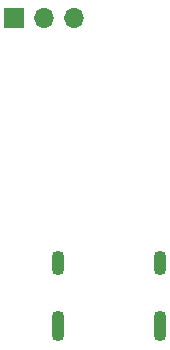
<source format=gbr>
%TF.GenerationSoftware,KiCad,Pcbnew,(5.99.0-8564-gb2cd1fddf9)*%
%TF.CreationDate,2021-01-25T15:54:05+03:00*%
%TF.ProjectId,Eloise_nA_meter_v2,456c6f69-7365-45f6-9e41-5f6d65746572,rev?*%
%TF.SameCoordinates,Original*%
%TF.FileFunction,Soldermask,Bot*%
%TF.FilePolarity,Negative*%
%FSLAX46Y46*%
G04 Gerber Fmt 4.6, Leading zero omitted, Abs format (unit mm)*
G04 Created by KiCad (PCBNEW (5.99.0-8564-gb2cd1fddf9)) date 2021-01-25 15:54:05*
%MOMM*%
%LPD*%
G01*
G04 APERTURE LIST*
%ADD10R,1.700000X1.700000*%
%ADD11O,1.700000X1.700000*%
%ADD12O,1.100000X2.600000*%
%ADD13O,1.100000X2.100000*%
G04 APERTURE END LIST*
D10*
%TO.C,J2*%
X139600000Y-86800000D03*
D11*
X142140000Y-86800000D03*
X144680000Y-86800000D03*
%TD*%
D12*
%TO.C,J3*%
X151920000Y-112870000D03*
D13*
X143280000Y-107510000D03*
D12*
X143280000Y-112870000D03*
D13*
X151920000Y-107510000D03*
%TD*%
M02*

</source>
